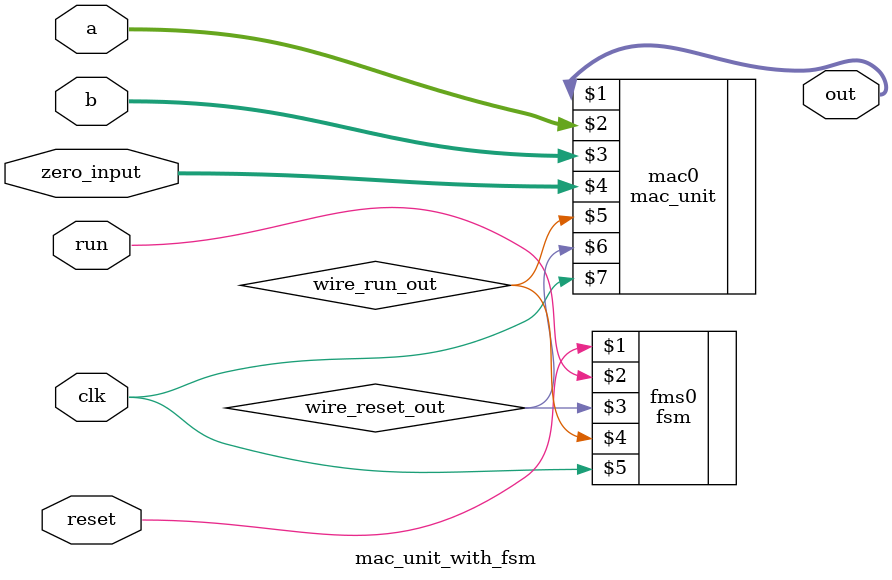
<source format=v>
`include "../../src/fsm/fsm.v"
`include "../../src/complete_circuits/mac_unit.v"


module mac_unit_with_fsm (output [7:0] out, input [1:0] a, input [1:0] b, input [3:0] zero_input, input run, input reset, input clk);
    wire wire_run_out;
    wire wire_reset_out;
    wire [7:0] add_out;
    wire carry_out;

    fsm fms0 (reset, run, wire_reset_out, wire_run_out, clk);
    mac_unit mac0 (out, a, b, zero_input, wire_run_out, wire_reset_out, clk);    
endmodule
</source>
